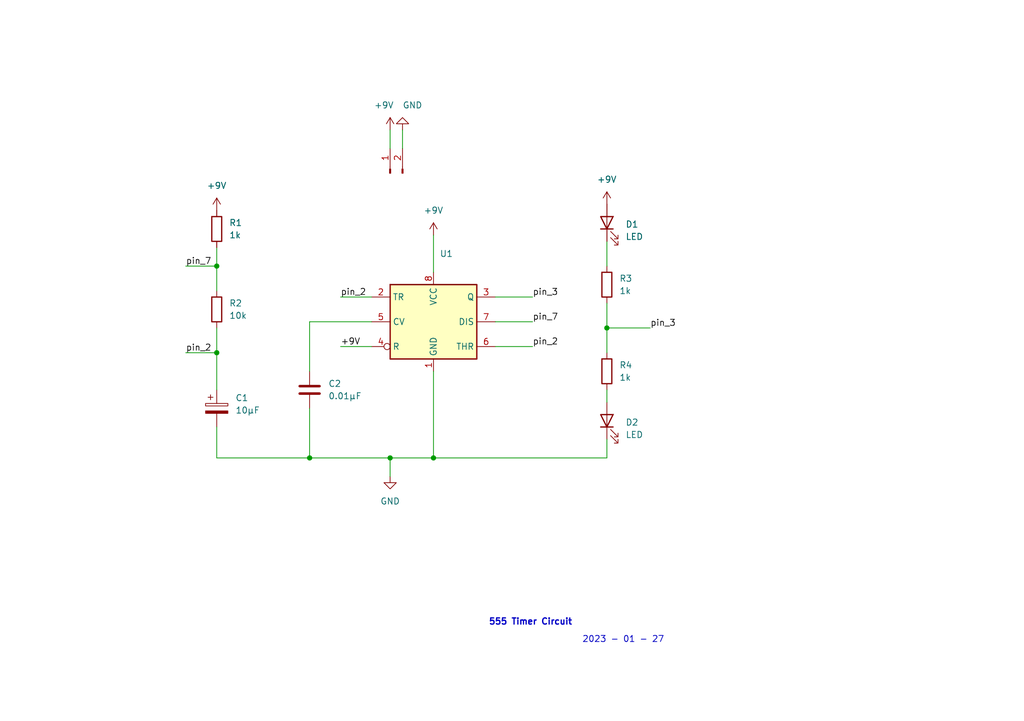
<source format=kicad_sch>
(kicad_sch (version 20211123) (generator eeschema)
  (paper "A5")
  (lib_symbols
    (symbol "Connector:Conn_01x02_Male" (pin_names (offset 1.016) hide)
      (property "Reference" "J" (at 0 2.54 0))
      (property "Value" "Conn_01x02_Male" (at 0 -5.08 0))
      (symbol "Conn_01x02_Male_1_1"
        (polyline (pts (xy 1.27 -2.54) (xy 0.8636 -2.54)) (stroke (width 0.1524)))
        (polyline (pts (xy 1.27 0) (xy 0.8636 0)) (stroke (width 0.1524)))
        (rectangle (start 0.8636 -2.413) (end 0 -2.667) (stroke (width 0.1524)) (fill (type outline)))
        (rectangle (start 0.8636 0.127) (end 0 -0.127) (stroke (width 0.1524)) (fill (type outline)))
        (pin passive line (at 5.08 0 180) (length 3.81) (name "Pin_1") (number "1"))
        (pin passive line (at 5.08 -2.54 180) (length 3.81) (name "Pin_2") (number "2"))
      )
    )
    (symbol "Device:C" (pin_numbers hide) (pin_names (offset 0.254))
      (property "Reference" "C" (at 0.635 2.54 0))
      (property "Value" "C" (at 0.635 -2.54 0))
      (symbol "C_0_1"
        (polyline (pts (xy -2.032 -0.762) (xy 2.032 -0.762)) (stroke (width 0.508)))
        (polyline (pts (xy -2.032 0.762) (xy 2.032 0.762)) (stroke (width 0.508)))
      )
      (symbol "C_1_1"
        (pin passive line (at 0 3.81 270) (length 2.794) (name "~") (number "1"))
        (pin passive line (at 0 -3.81 90) (length 2.794) (name "~") (number "2"))
      )
    )
    (symbol "Device:C_Polarized" (pin_numbers hide) (pin_names (offset 0.254))
      (property "Reference" "C" (at 0.635 2.54 0))
      (property "Value" "C_Polarized" (at 0.635 -2.54 0))
      (symbol "C_Polarized_0_1"
        (rectangle (start -2.286 0.508) (end 2.286 1.016))
        (polyline (pts (xy -1.778 2.286) (xy -0.762 2.286)))
        (polyline (pts (xy -1.27 2.794) (xy -1.27 1.778)))
        (rectangle (start 2.286 -0.508) (end -2.286 -1.016) (fill (type outline)))
      )
      (symbol "C_Polarized_1_1"
        (pin passive line (at 0 3.81 270) (length 2.794) (name "~") (number "1"))
        (pin passive line (at 0 -3.81 90) (length 2.794) (name "~") (number "2"))
      )
    )
    (symbol "Device:LED" (pin_numbers hide) (pin_names (offset 1.016) hide)
      (property "Reference" "D" (at 0 2.54 0))
      (property "Value" "LED" (at 0 -2.54 0))
      (symbol "LED_0_1"
        (polyline (pts (xy -1.27 -1.27) (xy -1.27 1.27)) (stroke (width 0.254)))
        (polyline (pts (xy -1.27 0) (xy 1.27 0)))
        (polyline (pts (xy 1.27 -1.27) (xy 1.27 1.27) (xy -1.27 0) (xy 1.27 -1.27)) (stroke (width 0.254)))
        (polyline (pts (xy -3.048 -0.762) (xy -4.572 -2.286) (xy -3.81 -2.286) (xy -4.572 -2.286) (xy -4.572 -1.524)))
        (polyline (pts (xy -1.778 -0.762) (xy -3.302 -2.286) (xy -2.54 -2.286) (xy -3.302 -2.286) (xy -3.302 -1.524)))
      )
      (symbol "LED_1_1"
        (pin passive line (at -3.81 0 0) (length 2.54) (name "K") (number "1"))
        (pin passive line (at 3.81 0 180) (length 2.54) (name "A") (number "2"))
      )
    )
    (symbol "Device:R" (pin_numbers hide) (pin_names (offset 0))
      (property "Reference" "R" (at 2.032 0 90))
      (property "Value" "R" (at 0 0 90))
      (symbol "R_0_1"
        (rectangle (start -1.016 -2.54) (end 1.016 2.54) (stroke (width 0.254)))
      )
      (symbol "R_1_1"
        (pin passive line (at 0 3.81 270) (length 1.27) (name "~") (number "1"))
        (pin passive line (at 0 -3.81 90) (length 1.27) (name "~") (number "2"))
      )
    )
    (symbol "Timer:NE555D"
      (property "Reference" "U" (at -10.16 8.89 0))
      (property "Value" "NE555D" (at 2.54 8.89 0))
      (symbol "NE555D_0_0"
        (pin power_in line (at 0 -10.16 90) (length 2.54) (name "GND") (number "1"))
        (pin power_in line (at 0 10.16 270) (length 2.54) (name "VCC") (number "8"))
      )
      (symbol "NE555D_0_1"
        (rectangle (start -8.89 -7.62) (end 8.89 7.62) (stroke (width 0.254)) (fill (type background)))
        (rectangle (start -8.89 -7.62) (end 8.89 7.62) (stroke (width 0.254)) (fill (type background)))
      )
      (symbol "NE555D_1_1"
        (pin input line (at -12.7 5.08 0) (length 3.81) (name "TR") (number "2"))
        (pin output line (at 12.7 5.08 180) (length 3.81) (name "Q") (number "3"))
        (pin input inverted (at -12.7 -5.08 0) (length 3.81) (name "R") (number "4"))
        (pin input line (at -12.7 0 0) (length 3.81) (name "CV") (number "5"))
        (pin input line (at 12.7 -5.08 180) (length 3.81) (name "THR") (number "6"))
        (pin input line (at 12.7 0 180) (length 3.81) (name "DIS") (number "7"))
      )
    )
    (symbol "power:+9V" (power) (pin_names (offset 0))
      (property "Value" "+9V" (at 0 3.556 0))
      (symbol "+9V_0_1"
        (polyline (pts (xy -0.762 1.27) (xy 0 2.54)))
        (polyline (pts (xy 0 0) (xy 0 2.54)))
        (polyline (pts (xy 0 2.54) (xy 0.762 1.27)))
      )
      (symbol "+9V_1_1"
        (pin power_in line (at 0 0 90) (length 0) hide (name "+9V") (number "1"))
      )
    )
    (symbol "power:GND" (power) (pin_names (offset 0))
      (property "Value" "GND" (at 0 -3.81 0))
      (symbol "GND_0_1"
        (polyline (pts (xy 0 0) (xy 0 -1.27) (xy 1.27 -1.27) (xy 0 -2.54) (xy -1.27 -1.27) (xy 0 -1.27)))
      )
      (symbol "GND_1_1"
        (pin power_in line (at 0 0 270) (length 0) hide (name "GND") (number "1"))
      )
    )
  )
  (junction (at 44.45 54.61))
  (junction (at 124.46 67.31))
  (junction (at 80.01 93.98))
  (junction (at 63.5 93.98))
  (junction (at 88.9 93.98))
  (junction (at 44.45 72.39))
  (wire (pts (xy 80.01 97.79) (xy 80.01 93.98)))
  (wire (pts (xy 124.46 80.01) (xy 124.46 82.55)))
  (wire (pts (xy 80.01 93.98) (xy 63.5 93.98)))
  (wire (pts (xy 124.46 67.31) (xy 133.35 67.31)))
  (wire (pts (xy 44.45 72.39) (xy 44.45 80.01)))
  (wire (pts (xy 124.46 62.23) (xy 124.46 67.31)))
  (wire (pts (xy 63.5 83.82) (xy 63.5 93.98)))
  (wire (pts (xy 44.45 93.98) (xy 63.5 93.98)))
  (wire (pts (xy 88.9 93.98) (xy 80.01 93.98)))
  (wire (pts (xy 44.45 87.63) (xy 44.45 93.98)))
  (wire (pts (xy 63.5 66.04) (xy 76.2 66.04)))
  (wire (pts (xy 63.5 66.04) (xy 63.5 76.2)))
  (wire (pts (xy 69.85 71.12) (xy 76.2 71.12)))
  (wire (pts (xy 82.55 26.67) (xy 82.55 30.48)))
  (wire (pts (xy 38.1 54.61) (xy 44.45 54.61)))
  (wire (pts (xy 44.45 50.8) (xy 44.45 54.61)))
  (wire (pts (xy 124.46 67.31) (xy 124.46 72.39)))
  (wire (pts (xy 101.6 66.04) (xy 109.22 66.04)))
  (wire (pts (xy 124.46 49.53) (xy 124.46 54.61)))
  (wire (pts (xy 80.01 26.67) (xy 80.01 30.48)))
  (wire (pts (xy 88.9 93.98) (xy 124.46 93.98)))
  (wire (pts (xy 101.6 60.96) (xy 109.22 60.96)))
  (wire (pts (xy 44.45 67.31) (xy 44.45 72.39)))
  (wire (pts (xy 44.45 54.61) (xy 44.45 59.69)))
  (wire (pts (xy 101.6 71.12) (xy 109.22 71.12)))
  (wire (pts (xy 124.46 93.98) (xy 124.46 90.17)))
  (wire (pts (xy 88.9 48.26) (xy 88.9 55.88)))
  (wire (pts (xy 38.1 72.39) (xy 44.45 72.39)))
  (wire (pts (xy 88.9 76.2) (xy 88.9 93.98)))
  (wire (pts (xy 69.85 60.96) (xy 76.2 60.96)))
  (text "555 Timer Circuit" (at 100.1773 128.4998 0) (effects (font (size 1.27 1.27) (thickness 0.254) bold) (justify left bottom)))
  (text "2023 - 01 - 27" (at 119.38 132.08 0) (effects (font (size 1.27 1.27)) (justify left bottom)))
  (label "pin_2" (at 69.85 60.96 0))
  (label "pin_3" (at 109.22 60.96 0))
  (label "pin_7" (at 38.1 54.61 0))
  (label "pin_2" (at 38.1 72.39 0))
  (label "+9V" (at 69.85 71.12 0))
  (label "pin_7" (at 109.22 66.04 0))
  (label "pin_2" (at 109.22 71.12 0))
  (label "pin_3" (at 133.35 67.31 0))
  (symbol (lib_id "power:GND") (at 82.55 26.67 180) (unit 1)
    (property "Reference" "#PWR?" (effects hide))
    (property "Value" "GND" (at 82.55 21.59 0) (effects (justify right)))
  )
  (symbol (lib_id "power:GND") (at 80.01 97.79 0) (unit 1)
    (property "Reference" "#PWR?" (effects hide))
    (property "Value" "GND" (at 80.01 102.87 0))
  )
  (symbol (lib_id "Device:R") (at 44.45 46.99 0) (unit 1)
    (property "Reference" "R1" (at 46.99 45.7199 0) (effects (justify left)))
    (property "Value" "1k" (at 46.99 48.2599 0) (effects (justify left)))
  )
  (symbol (lib_id "power:+9V") (at 88.9 48.26 0) (unit 1)
    (property "Reference" "#PWR?" (effects hide))
    (property "Value" "+9V" (at 88.9 43.18 0))
  )
  (symbol (lib_id "Device:R") (at 124.46 58.42 0) (unit 1)
    (property "Reference" "R3" (at 127 57.1499 0) (effects (justify left)))
    (property "Value" "1k" (at 127 59.6899 0) (effects (justify left)))
  )
  (symbol (lib_id "Device:R") (at 44.45 63.5 0) (unit 1)
    (property "Reference" "R2" (at 46.99 62.2299 0) (effects (justify left)))
    (property "Value" "10k" (at 46.99 64.7699 0) (effects (justify left)))
  )
  (symbol (lib_id "Connector:Conn_01x02_Male") (at 80.01 35.56 90) (unit 1)
    (property "Reference" "+9V" (effects hide))
    (property "Value" "Conn_01x02_Male" (effects hide))
  )
  (symbol (lib_id "Device:LED") (at 124.46 86.36 90) (unit 1)
    (property "Reference" "D2" (at 128.27 86.6774 90) (effects (justify right)))
    (property "Value" "LED" (at 128.27 89.2174 90) (effects (justify right)))
  )
  (symbol (lib_id "power:+9V") (at 80.01 26.67 0) (unit 1)
    (property "Reference" "#PWR?" (effects hide))
    (property "Value" "+9V" (at 78.74 21.59 0))
  )
  (symbol (lib_id "power:+9V") (at 124.46 41.91 0) (unit 1)
    (property "Reference" "#PWR?" (effects hide))
    (property "Value" "+9V" (at 124.46 36.83 0))
  )
  (symbol (lib_id "Device:R") (at 124.46 76.2 0) (unit 1)
    (property "Reference" "R4" (at 127 74.9299 0) (effects (justify left)))
    (property "Value" "1k" (at 127 77.4699 0) (effects (justify left)))
  )
  (symbol (lib_id "power:+9V") (at 44.45 43.18 0) (unit 1)
    (property "Reference" "#PWR?" (effects hide))
    (property "Value" "+9V" (at 44.45 38.1 0))
  )
  (symbol (lib_id "Device:C") (at 63.5 80.01 0) (unit 1)
    (property "Reference" "C2" (at 67.31 78.7399 0) (effects (justify left)))
    (property "Value" "0.01µF" (at 67.31 81.2799 0) (effects (justify left)))
  )
  (symbol (lib_id "Device:LED") (at 124.46 45.72 90) (unit 1)
    (property "Reference" "D1" (at 128.27 46.0374 90) (effects (justify right)))
    (property "Value" "LED" (at 128.27 48.5774 90) (effects (justify right)))
  )
  (symbol (lib_id "Device:C_Polarized") (at 44.45 83.82 0) (unit 1)
    (property "Reference" "C1" (at 48.26 81.6609 0) (effects (justify left)))
    (property "Value" "10µF" (at 48.26 84.2009 0) (effects (justify left)))
  )
  (symbol (lib_id "Timer:NE555D") (at 88.9 66.04 0) (unit 1)
    (property "Reference" "U1" (at 90.17 52.07 0) (effects (justify left)))
    (property "Value" "U1" (effects hide))
    (property "Footprint" "Package_SO:SOIC-8_3.9x4.9mm_P1.27mm" (effects hide))
    (property "Datasheet" "http://www.ti.com/lit/ds/symlink/ne555.pdf" (effects hide))
  )
)
</source>
